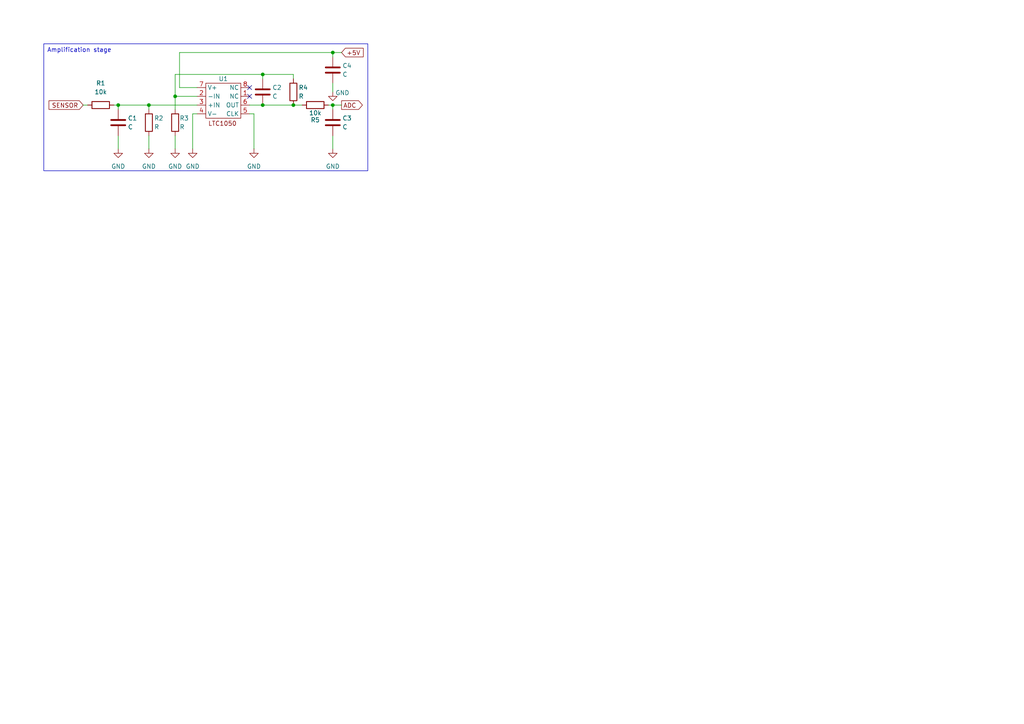
<source format=kicad_sch>
(kicad_sch (version 20250114) (generator "eeschema") (generator_version "9.0")
  (paper "A4")
  (lib_symbols
    (symbol "Custom_lib:LTC1050"
      (property "Reference" "U" (at -1.016 2.286 0))
      (symbol "LTC1050_1_1"
        (text "LTC1050\n" (at -0.254 -10.414 0) (effects (font (size 1.27 1.27))))
        (text_box "" (at -5.08 1.27 0) (size 10.16 -10.16) (margins 1.016 1.016 1.016 1.016) (fill (type color)) (effects (font (size 1.27 1.27)) (justify left top)))
        (pin input line (at -7.62 0 0) (length 2.54) (name "V+") (number "7"))
        (pin input line (at -7.62 -2.54 0) (length 2.54) (name "-IN") (number "2"))
        (pin input line (at -7.62 -5.08 0) (length 2.54) (name "+IN") (number "3"))
        (pin input line (at -7.62 -7.62 0) (length 2.54) (name "V-") (number "4"))
        (pin input line (at 7.62 0 180) (length 2.54) (name "NC") (number "8"))
        (pin input line (at 7.62 -2.54 180) (length 2.54) (name "NC") (number "1"))
        (pin output line (at 7.62 -5.08 180) (length 2.54) (name "OUT") (number "6"))
        (pin input line (at 7.62 -7.62 180) (length 2.54) (name "CLK") (number "5"))
      )
    )
    (symbol "Device:C" (pin_numbers (hide yes)) (pin_names (offset 0.254))
      (property "Reference" "C" (at 0.635 2.54 0))
      (property "Value" "C" (at 0.635 -2.54 0))
      (symbol "C_0_1"
        (polyline (pts (xy -2.032 0.762) (xy 2.032 0.762)) (stroke (width 0.508)))
        (polyline (pts (xy -2.032 -0.762) (xy 2.032 -0.762)) (stroke (width 0.508)))
      )
      (symbol "C_1_1"
        (pin passive line (at 0 3.81 270) (length 2.794) (name "~") (number "1"))
        (pin passive line (at 0 -3.81 90) (length 2.794) (name "~") (number "2"))
      )
    )
    (symbol "Device:R" (pin_numbers (hide yes)) (pin_names (offset 0))
      (property "Reference" "R" (at 2.032 0 90))
      (property "Value" "R" (at 0 0 90))
      (symbol "R_0_1"
        (rectangle (start -1.016 -2.54) (end 1.016 2.54) (stroke (width 0.254)))
      )
      (symbol "R_1_1"
        (pin passive line (at 0 3.81 270) (length 1.27) (name "~") (number "1"))
        (pin passive line (at 0 -3.81 90) (length 1.27) (name "~") (number "2"))
      )
    )
    (symbol "power:GND" (power) (pin_numbers (hide yes)) (pin_names (offset 0) (hide yes))
      (property "Value" "GND" (at 0 -3.81 0))
      (symbol "GND_0_1"
        (polyline (pts (xy 0 0) (xy 0 -1.27) (xy 1.27 -1.27) (xy 0 -2.54) (xy -1.27 -1.27) (xy 0 -1.27)))
      )
      (symbol "GND_1_1"
        (pin power_in line (at 0 0 270) (length 0) (name "~") (number "1"))
      )
    )
  )
  (text_box "Amplification stage\n" (at 12.7 12.7 0) (size 93.98 36.83) (margins 0.9525 0.9525 0.9525 0.9525) (effects (font (size 1.27 1.27)) (justify left top)))
  (junction (at 96.52 15.24))
  (junction (at 76.2 21.59))
  (junction (at 85.09 30.48))
  (junction (at 76.2 30.48))
  (junction (at 34.29 30.48))
  (junction (at 50.8 27.94))
  (junction (at 96.52 30.48))
  (junction (at 43.18 30.48))
  (no_connect (at 72.39 27.94))
  (no_connect (at 72.39 25.4))
  (wire (pts (xy 55.88 33.02) (xy 55.88 43.18)))
  (wire (pts (xy 95.25 30.48) (xy 96.52 30.48)))
  (wire (pts (xy 57.15 27.94) (xy 50.8 27.94)))
  (wire (pts (xy 50.8 21.59) (xy 76.2 21.59)))
  (wire (pts (xy 96.52 30.48) (xy 96.52 31.75)))
  (wire (pts (xy 43.18 30.48) (xy 57.15 30.48)))
  (wire (pts (xy 57.15 33.02) (xy 55.88 33.02)))
  (wire (pts (xy 34.29 39.37) (xy 34.29 43.18)))
  (wire (pts (xy 73.66 33.02) (xy 73.66 43.18)))
  (wire (pts (xy 50.8 39.37) (xy 50.8 43.18)))
  (wire (pts (xy 50.8 27.94) (xy 50.8 31.75)))
  (wire (pts (xy 76.2 21.59) (xy 76.2 22.86)))
  (wire (pts (xy 96.52 30.48) (xy 99.06 30.48)))
  (wire (pts (xy 85.09 30.48) (xy 87.63 30.48)))
  (wire (pts (xy 43.18 39.37) (xy 43.18 43.18)))
  (wire (pts (xy 72.39 33.02) (xy 73.66 33.02)))
  (wire (pts (xy 33.02 30.48) (xy 34.29 30.48)))
  (wire (pts (xy 96.52 15.24) (xy 99.06 15.24)))
  (wire (pts (xy 52.07 25.4) (xy 57.15 25.4)))
  (wire (pts (xy 52.07 15.24) (xy 52.07 25.4)))
  (wire (pts (xy 96.52 15.24) (xy 96.52 16.51)))
  (wire (pts (xy 43.18 30.48) (xy 43.18 31.75)))
  (wire (pts (xy 52.07 15.24) (xy 96.52 15.24)))
  (wire (pts (xy 50.8 21.59) (xy 50.8 27.94)))
  (wire (pts (xy 85.09 21.59) (xy 85.09 22.86)))
  (wire (pts (xy 24.13 30.48) (xy 25.4 30.48)))
  (wire (pts (xy 76.2 30.48) (xy 85.09 30.48)))
  (wire (pts (xy 96.52 39.37) (xy 96.52 43.18)))
  (wire (pts (xy 34.29 30.48) (xy 34.29 31.75)))
  (wire (pts (xy 72.39 30.48) (xy 76.2 30.48)))
  (wire (pts (xy 76.2 21.59) (xy 85.09 21.59)))
  (wire (pts (xy 43.18 30.48) (xy 34.29 30.48)))
  (wire (pts (xy 96.52 24.13) (xy 96.52 26.67)))
  (global_label "+5V" (shape input) (at 99.06 15.24 0) (property "Intersheetrefs" "${INTERSHEET_REFS}" (effects (hide yes))))
  (global_label "SENSOR" (shape input) (at 24.13 30.48 180) (property "Intersheetrefs" "${INTERSHEET_REFS}" (effects (hide yes))))
  (global_label "ADC" (shape output) (at 99.06 30.48 0) (property "Intersheetrefs" "${INTERSHEET_REFS}" (effects (hide yes))))
  (symbol (lib_id "power:GND") (at 96.52 26.67 0) (unit 1)
    (property "Reference" "#PWR07" (effects (hide yes)))
    (property "Value" "GND" (at 99.314 26.924 0))
    (property "Description" "Power symbol creates a global label with name \"GND\" , ground" (effects (hide yes)))
  )
  (symbol (lib_id "Device:R") (at 43.18 35.56 0) (unit 1)
    (property "Reference" "R2" (at 44.704 34.29 0) (effects (justify left)))
    (property "Value" "R" (at 44.704 36.83 0) (effects (justify left)))
    (property "Description" "Resistor" (effects (hide yes)))
  )
  (symbol (lib_id "power:GND") (at 55.88 43.18 0) (unit 1)
    (property "Reference" "#PWR01" (effects (hide yes)))
    (property "Value" "GND" (at 55.88 48.26 0))
    (property "Description" "Power symbol creates a global label with name \"GND\" , ground" (effects (hide yes)))
  )
  (symbol (lib_id "Device:R") (at 29.21 30.48 270) (unit 1)
    (property "Reference" "R1" (at 29.21 24.13 90))
    (property "Value" "10k" (at 29.21 26.67 90))
    (property "Description" "Resistor" (effects (hide yes)))
  )
  (symbol (lib_id "Device:R") (at 91.44 30.48 270) (unit 1)
    (property "Reference" "R5" (at 91.44 34.798 90))
    (property "Value" "10k" (at 91.44 32.766 90))
    (property "Description" "Resistor" (effects (hide yes)))
  )
  (symbol (lib_id "Device:C") (at 96.52 20.32 0) (unit 1)
    (property "Reference" "C4" (at 99.314 19.05 0) (effects (justify left)))
    (property "Value" "C" (at 99.314 21.59 0) (effects (justify left)))
    (property "Description" "Unpolarized capacitor" (effects (hide yes)))
  )
  (symbol (lib_id "power:GND") (at 50.8 43.18 0) (unit 1)
    (property "Reference" "#PWR04" (effects (hide yes)))
    (property "Value" "GND" (at 50.8 48.26 0))
    (property "Description" "Power symbol creates a global label with name \"GND\" , ground" (effects (hide yes)))
  )
  (symbol (lib_id "Device:C") (at 76.2 26.67 0) (unit 1)
    (property "Reference" "C2" (at 78.994 25.4 0) (effects (justify left)))
    (property "Value" "C" (at 78.994 27.94 0) (effects (justify left)))
    (property "Description" "Unpolarized capacitor" (effects (hide yes)))
  )
  (symbol (lib_id "Device:C") (at 34.29 35.56 0) (unit 1)
    (property "Reference" "C1" (at 37.084 34.29 0) (effects (justify left)))
    (property "Value" "C" (at 37.084 36.83 0) (effects (justify left)))
    (property "Description" "Unpolarized capacitor" (effects (hide yes)))
  )
  (symbol (lib_id "power:GND") (at 73.66 43.18 0) (unit 1)
    (property "Reference" "#PWR05" (effects (hide yes)))
    (property "Value" "GND" (at 73.66 48.26 0))
    (property "Description" "Power symbol creates a global label with name \"GND\" , ground" (effects (hide yes)))
  )
  (symbol (lib_id "Device:R") (at 85.09 26.67 0) (unit 1)
    (property "Reference" "R4" (at 86.614 25.4 0) (effects (justify left)))
    (property "Value" "R" (at 86.614 27.94 0) (effects (justify left)))
    (property "Description" "Resistor" (effects (hide yes)))
  )
  (symbol (lib_id "Custom_lib:LTC1050") (at 64.77 25.4 0) (unit 1)
    (property "Reference" "U1" (at 64.77 22.86 0))
  )
  (symbol (lib_id "power:GND") (at 96.52 43.18 0) (unit 1)
    (property "Reference" "#PWR06" (effects (hide yes)))
    (property "Value" "GND" (at 96.52 48.26 0))
    (property "Description" "Power symbol creates a global label with name \"GND\" , ground" (effects (hide yes)))
  )
  (symbol (lib_id "Device:C") (at 96.52 35.56 0) (unit 1)
    (property "Reference" "C3" (at 99.314 34.29 0) (effects (justify left)))
    (property "Value" "C" (at 99.314 36.83 0) (effects (justify left)))
    (property "Description" "Unpolarized capacitor" (effects (hide yes)))
  )
  (symbol (lib_id "Device:R") (at 50.8 35.56 0) (unit 1)
    (property "Reference" "R3" (at 52.07 34.2899 0) (effects (justify left)))
    (property "Value" "R" (at 52.07 36.8299 0) (effects (justify left)))
    (property "Description" "Resistor" (effects (hide yes)))
  )
  (symbol (lib_id "power:GND") (at 34.29 43.18 0) (unit 1)
    (property "Reference" "#PWR03" (effects (hide yes)))
    (property "Value" "GND" (at 34.29 48.26 0))
    (property "Description" "Power symbol creates a global label with name \"GND\" , ground" (effects (hide yes)))
  )
  (symbol (lib_id "power:GND") (at 43.18 43.18 0) (unit 1)
    (property "Reference" "#PWR02" (effects (hide yes)))
    (property "Value" "GND" (at 43.18 48.26 0))
    (property "Description" "Power symbol creates a global label with name \"GND\" , ground" (effects (hide yes)))
  )
)
</source>
